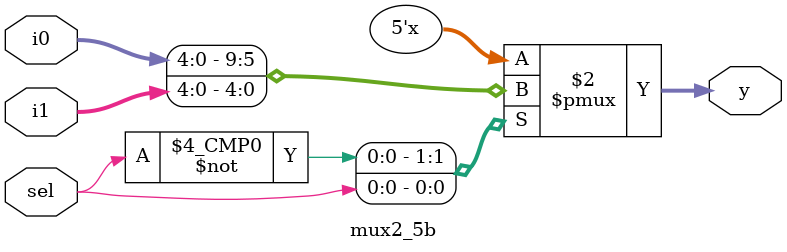
<source format=v>
module mux2_5b (i0, i1, sel, y);
  parameter [2:0] N = 5;
  input [N-1:0] i0, i1;
  input sel;
  output reg [N-1:0]  y;
  always @(*) begin
    case(sel)
      1'b0: y=i0;
      1'b1: y=i1;
    endcase
  end

endmodule

</source>
